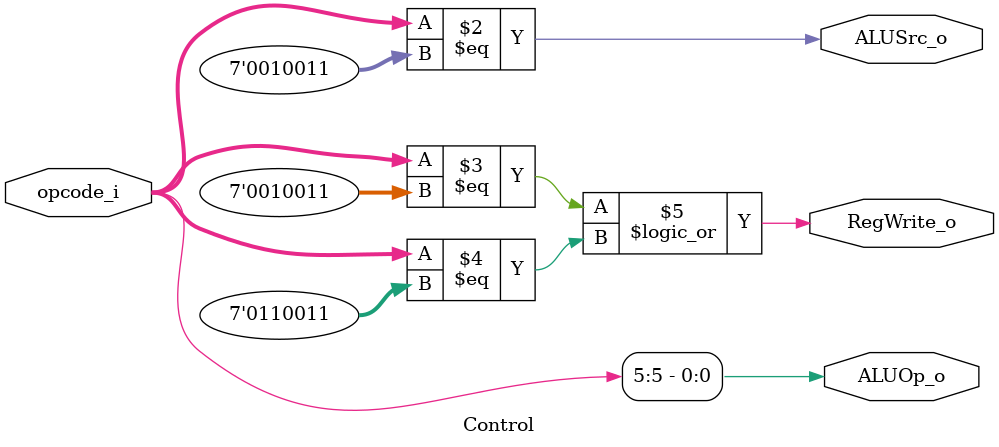
<source format=v>
module Control
(
    input [6:0] opcode_i, // instruction[6:0]
    output ALUOp_o,
    output ALUSrc_o,
    output RegWrite_o
);
   
    // ALUOp: R-type -> 1, I-type -> 0
    assign ALUOp_o = (opcode_i[5] == 1'b1); // opcode[5]==1 iff instr is R-type
    assign ALUSrc_o = (opcode_i == 7'b0010011);
    assign RegWrite_o = (opcode_i == 7'b0010011 || opcode_i == 7'b0110011);

endmodule

</source>
